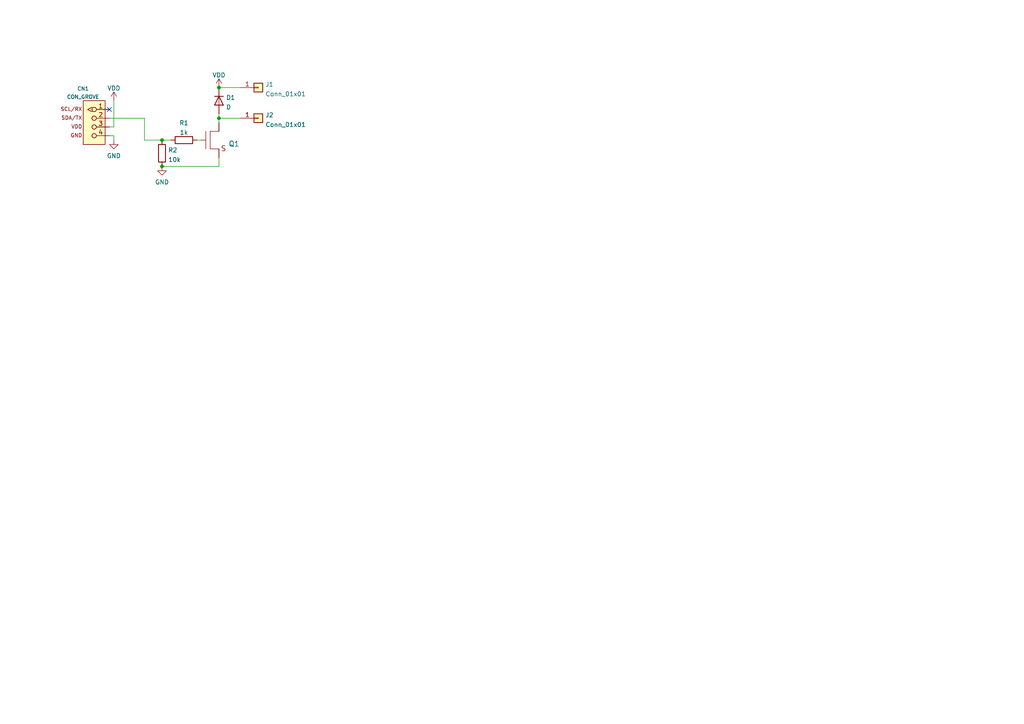
<source format=kicad_sch>
(kicad_sch (version 20211123) (generator eeschema)
  (paper "A4")
  (lib_symbols
    (symbol "Connector_Generic:Conn_01x01" (pin_names (offset 1.016) hide)
      (property "Reference" "J" (at 0 2.54 0))
      (property "Value" "Conn_01x01" (at 0 -2.54 0))
      (symbol "Conn_01x01_1_1"
        (rectangle (start -1.27 0.127) (end 0 -0.127) (stroke (width 0.1524)))
        (rectangle (start -1.27 1.27) (end 1.27 -1.27) (stroke (width 0.254)) (fill (type background)))
        (pin passive line (at -5.08 0 0) (length 3.81) (name "Pin_1") (number "1"))
      )
    )
    (symbol "Device:D" (pin_numbers hide) (pin_names (offset 1.016) hide)
      (property "Reference" "D" (at 0 2.54 0))
      (property "Value" "D" (at 0 -2.54 0))
      (symbol "D_0_1"
        (polyline (pts (xy -1.27 1.27) (xy -1.27 -1.27)) (stroke (width 0.254)))
        (polyline (pts (xy 1.27 0) (xy -1.27 0)))
        (polyline (pts (xy 1.27 1.27) (xy 1.27 -1.27) (xy -1.27 0) (xy 1.27 1.27)) (stroke (width 0.254)))
      )
      (symbol "D_1_1"
        (pin passive line (at -3.81 0 0) (length 2.54) (name "K") (number "1"))
        (pin passive line (at 3.81 0 180) (length 2.54) (name "A") (number "2"))
      )
    )
    (symbol "Device:R" (pin_numbers hide) (pin_names (offset 0))
      (property "Reference" "R" (at 2.032 0 90))
      (property "Value" "R" (at 0 0 90))
      (symbol "R_0_1"
        (rectangle (start -1.016 -2.54) (end 1.016 2.54) (stroke (width 0.254)))
      )
      (symbol "R_1_1"
        (pin passive line (at 0 3.81 270) (length 1.27) (name "~") (number "1"))
        (pin passive line (at 0 -3.81 90) (length 1.27) (name "~") (number "2"))
      )
    )
    (symbol "akita:CON_GROVE" (pin_names (offset 1.016))
      (property "Reference" "CN" (at 0 3.81 0))
      (property "Value" "CON_GROVE" (at 3.81 -5.08 90))
      (symbol "CON_GROVE_1_0"
        (text "GND" (at 5.334 -5.588 0) (effects (font (size 1.0668 1.0668)) (justify left bottom)))
        (text "SCL/RX" (at 5.334 2.032 0) (effects (font (size 1.0668 1.0668)) (justify left bottom)))
        (text "SDA/TX" (at 5.334 -0.508 0) (effects (font (size 1.0668 1.0668)) (justify left bottom)))
        (text "VDD" (at 5.334 -3.048 0) (effects (font (size 1.0668 1.0668)) (justify left bottom)))
        (pin bidirectional inverted_clock (at -2.54 2.54 0) (length 5.08) (name "1") (number "1"))
        (pin bidirectional inverted (at -2.54 0 0) (length 5.08) (name "2") (number "2"))
        (pin bidirectional inverted (at -2.54 -2.54 0) (length 5.08) (name "3") (number "3"))
        (pin bidirectional inverted (at -2.54 -5.08 0) (length 5.08) (name "4") (number "4"))
      )
      (symbol "CON_GROVE_1_1"
        (rectangle (start -1.27 5.08) (end 5.08 -7.62) (stroke (width 0.2032)) (fill (type background)))
      )
    )
    (symbol "akita:TR_NMOS_IRLML6344" (pin_names (offset 1.016))
      (property "Reference" "Q" (at 3.048 0.508 0))
      (symbol "TR_NMOS_IRLML6344_1_0"
        (polyline (pts (xy -2.54 0) (xy -1.27 0)))
        (polyline (pts (xy -1.27 2.54) (xy -1.27 -2.54)))
        (polyline (pts (xy 0 -2.54) (xy 2.54 -2.54)))
        (polyline (pts (xy 0 2.54) (xy 0 -2.54)))
        (polyline (pts (xy 2.54 2.54) (xy 0 2.54)))
        (text "S" (at 3.048 -3.302 0) (effects (font (size 1.4986 1.4986)) (justify left bottom)))
        (pin bidirectional line (at -2.54 0 0) (length 0) (name "G") (number "1"))
        (pin bidirectional line (at 2.54 -5.08 90) (length 2.54) (name "S") (number "2"))
        (pin bidirectional line (at 2.54 5.08 270) (length 2.54) (name "D") (number "3"))
      )
    )
    (symbol "power:GND" (power) (pin_names (offset 0))
      (property "Value" "GND" (at 0 -3.81 0))
      (symbol "GND_0_1"
        (polyline (pts (xy 0 0) (xy 0 -1.27) (xy 1.27 -1.27) (xy 0 -2.54) (xy -1.27 -1.27) (xy 0 -1.27)))
      )
      (symbol "GND_1_1"
        (pin power_in line (at 0 0 270) (length 0) hide (name "GND") (number "1"))
      )
    )
    (symbol "power:VDD" (power) (pin_names (offset 0))
      (property "Value" "VDD" (at 0 3.81 0))
      (symbol "VDD_0_1"
        (polyline (pts (xy -0.762 1.27) (xy 0 2.54)))
        (polyline (pts (xy 0 0) (xy 0 2.54)))
        (polyline (pts (xy 0 2.54) (xy 0.762 1.27)))
      )
      (symbol "VDD_1_1"
        (pin power_in line (at 0 0 90) (length 0) hide (name "VDD") (number "1"))
      )
    )
  )
  (junction (at 63.5 25.4))
  (junction (at 46.99 48.26))
  (junction (at 46.99 40.64))
  (junction (at 63.5 34.29))
  (no_connect (at 31.75 31.75))
  (wire (pts (xy 63.5 48.26) (xy 63.5 45.72)))
  (wire (pts (xy 41.91 40.64) (xy 41.91 34.29)))
  (wire (pts (xy 63.5 25.4) (xy 69.85 25.4)))
  (wire (pts (xy 33.02 29.21) (xy 33.02 36.83)))
  (wire (pts (xy 63.5 33.02) (xy 63.5 34.29)))
  (wire (pts (xy 63.5 34.29) (xy 63.5 35.56)))
  (wire (pts (xy 49.53 40.64) (xy 46.99 40.64)))
  (wire (pts (xy 63.5 34.29) (xy 69.85 34.29)))
  (wire (pts (xy 31.75 39.37) (xy 33.02 39.37)))
  (wire (pts (xy 46.99 48.26) (xy 63.5 48.26)))
  (wire (pts (xy 33.02 39.37) (xy 33.02 40.64)))
  (wire (pts (xy 31.75 36.83) (xy 33.02 36.83)))
  (wire (pts (xy 46.99 40.64) (xy 41.91 40.64)))
  (wire (pts (xy 31.75 34.29) (xy 41.91 34.29)))
  (wire (pts (xy 57.15 40.64) (xy 58.42 40.64)))
  (symbol (lib_id "Connector_Generic:Conn_01x01") (at 74.93 25.4 0) (unit 1)
    (property "Reference" "J1" (at 76.962 24.4915 0) (effects (justify left)))
    (property "Value" "Conn_01x01" (at 76.962 27.2666 0) (effects (justify left)))
    (property "Footprint" "akita:Pad_TH09mm" (effects hide))
  )
  (symbol (lib_id "power:GND") (at 46.99 48.26 0) (unit 1)
    (property "Reference" "#PWR04" (effects hide))
    (property "Value" "GND" (at 46.99 52.8225 0))
  )
  (symbol (lib_id "power:VDD") (at 33.02 29.21 0) (unit 1)
    (property "Reference" "#PWR01" (effects hide))
    (property "Value" "VDD" (at 33.02 25.6055 0))
  )
  (symbol (lib_id "akita:CON_GROVE") (at 29.21 34.29 0) (mirror y) (unit 1)
    (property "Reference" "CN1" (at 24.0887 25.7206 0) (effects (font (size 1.0668 1.0668))))
    (property "Value" "CON_GROVE" (at 24.0887 28.0923 0) (effects (font (size 1.0668 1.0668))))
    (property "Footprint" "akita:CON_GROVE_H" (effects hide))
  )
  (symbol (lib_id "power:GND") (at 33.02 40.64 0) (unit 1)
    (property "Reference" "#PWR02" (effects hide))
    (property "Value" "GND" (at 33.02 45.2025 0))
  )
  (symbol (lib_id "akita:TR_NMOS_IRLML6344") (at 60.96 40.64 0) (unit 1)
    (property "Reference" "Q1" (at 66.2574 41.7266 0) (effects (font (size 1.4986 1.4986)) (justify left)))
    (property "Value" "TR_NMOS_IRLML6344" (effects hide))
    (property "Footprint" "Package_TO_SOT_SMD:SOT-23" (effects hide))
  )
  (symbol (lib_id "Connector_Generic:Conn_01x01") (at 74.93 34.29 0) (unit 1)
    (property "Reference" "J2" (at 76.962 33.3815 0) (effects (justify left)))
    (property "Value" "Conn_01x01" (at 76.962 36.1566 0) (effects (justify left)))
    (property "Footprint" "akita:Pad_TH09mm" (effects hide))
  )
  (symbol (lib_id "Device:D") (at 63.5 29.21 270) (unit 1)
    (property "Reference" "D1" (at 65.532 28.3015 90) (effects (justify left)))
    (property "Value" "D" (at 65.532 31.0766 90) (effects (justify left)))
    (property "Footprint" "Diode_SMD:D_SOD-123F" (effects hide))
  )
  (symbol (lib_id "Device:R") (at 46.99 44.45 180) (unit 1)
    (property "Reference" "R2" (at 48.768 43.5415 0) (effects (justify right)))
    (property "Value" "10k" (at 48.768 46.3166 0) (effects (justify right)))
    (property "Footprint" "Resistor_SMD:R_0603_1608Metric" (effects hide))
  )
  (symbol (lib_id "Device:R") (at 53.34 40.64 90) (unit 1)
    (property "Reference" "R1" (at 53.34 35.6575 90))
    (property "Value" "1k" (at 53.34 38.4326 90))
    (property "Footprint" "Resistor_SMD:R_0603_1608Metric" (effects hide))
  )
  (symbol (lib_id "power:VDD") (at 63.5 25.4 0) (unit 1)
    (property "Reference" "#PWR03" (effects hide))
    (property "Value" "VDD" (at 63.5 21.7955 0))
  )
)
</source>
